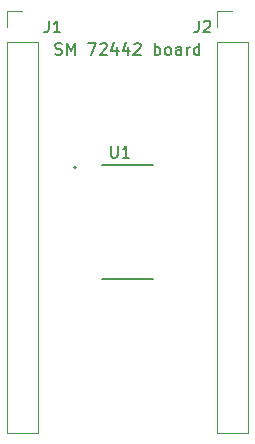
<source format=gto>
G04 #@! TF.GenerationSoftware,KiCad,Pcbnew,(5.1.10)-1*
G04 #@! TF.CreationDate,2021-11-20T19:19:08-05:00*
G04 #@! TF.ProjectId,SM72442 Breakout Board,534d3732-3434-4322-9042-7265616b6f75,rev?*
G04 #@! TF.SameCoordinates,Original*
G04 #@! TF.FileFunction,Legend,Top*
G04 #@! TF.FilePolarity,Positive*
%FSLAX46Y46*%
G04 Gerber Fmt 4.6, Leading zero omitted, Abs format (unit mm)*
G04 Created by KiCad (PCBNEW (5.1.10)-1) date 2021-11-20 19:19:08*
%MOMM*%
%LPD*%
G01*
G04 APERTURE LIST*
%ADD10C,0.150000*%
%ADD11C,0.120000*%
%ADD12C,0.127000*%
%ADD13C,0.200000*%
%ADD14O,1.800000X1.800000*%
G04 APERTURE END LIST*
D10*
X132310952Y-120419761D02*
X132453809Y-120467380D01*
X132691904Y-120467380D01*
X132787142Y-120419761D01*
X132834761Y-120372142D01*
X132882380Y-120276904D01*
X132882380Y-120181666D01*
X132834761Y-120086428D01*
X132787142Y-120038809D01*
X132691904Y-119991190D01*
X132501428Y-119943571D01*
X132406190Y-119895952D01*
X132358571Y-119848333D01*
X132310952Y-119753095D01*
X132310952Y-119657857D01*
X132358571Y-119562619D01*
X132406190Y-119515000D01*
X132501428Y-119467380D01*
X132739523Y-119467380D01*
X132882380Y-119515000D01*
X133310952Y-120467380D02*
X133310952Y-119467380D01*
X133644285Y-120181666D01*
X133977619Y-119467380D01*
X133977619Y-120467380D01*
X135120476Y-119467380D02*
X135787142Y-119467380D01*
X135358571Y-120467380D01*
X136120476Y-119562619D02*
X136168095Y-119515000D01*
X136263333Y-119467380D01*
X136501428Y-119467380D01*
X136596666Y-119515000D01*
X136644285Y-119562619D01*
X136691904Y-119657857D01*
X136691904Y-119753095D01*
X136644285Y-119895952D01*
X136072857Y-120467380D01*
X136691904Y-120467380D01*
X137549047Y-119800714D02*
X137549047Y-120467380D01*
X137310952Y-119419761D02*
X137072857Y-120134047D01*
X137691904Y-120134047D01*
X138501428Y-119800714D02*
X138501428Y-120467380D01*
X138263333Y-119419761D02*
X138025238Y-120134047D01*
X138644285Y-120134047D01*
X138977619Y-119562619D02*
X139025238Y-119515000D01*
X139120476Y-119467380D01*
X139358571Y-119467380D01*
X139453809Y-119515000D01*
X139501428Y-119562619D01*
X139549047Y-119657857D01*
X139549047Y-119753095D01*
X139501428Y-119895952D01*
X138930000Y-120467380D01*
X139549047Y-120467380D01*
X140739523Y-120467380D02*
X140739523Y-119467380D01*
X140739523Y-119848333D02*
X140834761Y-119800714D01*
X141025238Y-119800714D01*
X141120476Y-119848333D01*
X141168095Y-119895952D01*
X141215714Y-119991190D01*
X141215714Y-120276904D01*
X141168095Y-120372142D01*
X141120476Y-120419761D01*
X141025238Y-120467380D01*
X140834761Y-120467380D01*
X140739523Y-120419761D01*
X141787142Y-120467380D02*
X141691904Y-120419761D01*
X141644285Y-120372142D01*
X141596666Y-120276904D01*
X141596666Y-119991190D01*
X141644285Y-119895952D01*
X141691904Y-119848333D01*
X141787142Y-119800714D01*
X141930000Y-119800714D01*
X142025238Y-119848333D01*
X142072857Y-119895952D01*
X142120476Y-119991190D01*
X142120476Y-120276904D01*
X142072857Y-120372142D01*
X142025238Y-120419761D01*
X141930000Y-120467380D01*
X141787142Y-120467380D01*
X142977619Y-120467380D02*
X142977619Y-119943571D01*
X142930000Y-119848333D01*
X142834761Y-119800714D01*
X142644285Y-119800714D01*
X142549047Y-119848333D01*
X142977619Y-120419761D02*
X142882380Y-120467380D01*
X142644285Y-120467380D01*
X142549047Y-120419761D01*
X142501428Y-120324523D01*
X142501428Y-120229285D01*
X142549047Y-120134047D01*
X142644285Y-120086428D01*
X142882380Y-120086428D01*
X142977619Y-120038809D01*
X143453809Y-120467380D02*
X143453809Y-119800714D01*
X143453809Y-119991190D02*
X143501428Y-119895952D01*
X143549047Y-119848333D01*
X143644285Y-119800714D01*
X143739523Y-119800714D01*
X144501428Y-120467380D02*
X144501428Y-119467380D01*
X144501428Y-120419761D02*
X144406190Y-120467380D01*
X144215714Y-120467380D01*
X144120476Y-120419761D01*
X144072857Y-120372142D01*
X144025238Y-120276904D01*
X144025238Y-119991190D01*
X144072857Y-119895952D01*
X144120476Y-119848333D01*
X144215714Y-119800714D01*
X144406190Y-119800714D01*
X144501428Y-119848333D01*
D11*
G04 #@! TO.C,J1*
X128210000Y-152460000D02*
X130870000Y-152460000D01*
X128210000Y-119380000D02*
X128210000Y-152460000D01*
X130870000Y-119380000D02*
X130870000Y-152460000D01*
X128210000Y-119380000D02*
X130870000Y-119380000D01*
X128210000Y-118110000D02*
X128210000Y-116780000D01*
X128210000Y-116780000D02*
X129540000Y-116780000D01*
G04 #@! TO.C,J2*
X145990000Y-116780000D02*
X147320000Y-116780000D01*
X145990000Y-118110000D02*
X145990000Y-116780000D01*
X145990000Y-119380000D02*
X148650000Y-119380000D01*
X148650000Y-119380000D02*
X148650000Y-152460000D01*
X145990000Y-119380000D02*
X145990000Y-152460000D01*
X145990000Y-152460000D02*
X148650000Y-152460000D01*
D12*
G04 #@! TO.C,U1*
X136230000Y-139470000D02*
X140630000Y-139470000D01*
X136230000Y-129770000D02*
X140630000Y-129770000D01*
D13*
X134090000Y-129985000D02*
G75*
G03*
X134090000Y-129985000I-100000J0D01*
G01*
G04 #@! TO.C,J1*
D10*
X131746666Y-117562380D02*
X131746666Y-118276666D01*
X131699047Y-118419523D01*
X131603809Y-118514761D01*
X131460952Y-118562380D01*
X131365714Y-118562380D01*
X132746666Y-118562380D02*
X132175238Y-118562380D01*
X132460952Y-118562380D02*
X132460952Y-117562380D01*
X132365714Y-117705238D01*
X132270476Y-117800476D01*
X132175238Y-117848095D01*
G04 #@! TO.C,J2*
X144446666Y-117562380D02*
X144446666Y-118276666D01*
X144399047Y-118419523D01*
X144303809Y-118514761D01*
X144160952Y-118562380D01*
X144065714Y-118562380D01*
X144875238Y-117657619D02*
X144922857Y-117610000D01*
X145018095Y-117562380D01*
X145256190Y-117562380D01*
X145351428Y-117610000D01*
X145399047Y-117657619D01*
X145446666Y-117752857D01*
X145446666Y-117848095D01*
X145399047Y-117990952D01*
X144827619Y-118562380D01*
X145446666Y-118562380D01*
G04 #@! TO.C,U1*
X137023095Y-128160380D02*
X137023095Y-128969904D01*
X137070714Y-129065142D01*
X137118333Y-129112761D01*
X137213571Y-129160380D01*
X137404047Y-129160380D01*
X137499285Y-129112761D01*
X137546904Y-129065142D01*
X137594523Y-128969904D01*
X137594523Y-128160380D01*
X138594523Y-129160380D02*
X138023095Y-129160380D01*
X138308809Y-129160380D02*
X138308809Y-128160380D01*
X138213571Y-128303238D01*
X138118333Y-128398476D01*
X138023095Y-128446095D01*
G04 #@! TD*
%LPC*%
D14*
G04 #@! TO.C,J1*
X129540000Y-151130000D03*
X129540000Y-148590000D03*
X129540000Y-146050000D03*
X129540000Y-143510000D03*
X129540000Y-140970000D03*
X129540000Y-138430000D03*
X129540000Y-135890000D03*
X129540000Y-133350000D03*
X129540000Y-130810000D03*
X129540000Y-128270000D03*
X129540000Y-125730000D03*
X129540000Y-123190000D03*
X129540000Y-120650000D03*
G36*
G01*
X128640000Y-118960000D02*
X128640000Y-117260000D01*
G75*
G02*
X128690000Y-117210000I50000J0D01*
G01*
X130390000Y-117210000D01*
G75*
G02*
X130440000Y-117260000I0J-50000D01*
G01*
X130440000Y-118960000D01*
G75*
G02*
X130390000Y-119010000I-50000J0D01*
G01*
X128690000Y-119010000D01*
G75*
G02*
X128640000Y-118960000I0J50000D01*
G01*
G37*
G04 #@! TD*
G04 #@! TO.C,J2*
G36*
G01*
X146420000Y-118960000D02*
X146420000Y-117260000D01*
G75*
G02*
X146470000Y-117210000I50000J0D01*
G01*
X148170000Y-117210000D01*
G75*
G02*
X148220000Y-117260000I0J-50000D01*
G01*
X148220000Y-118960000D01*
G75*
G02*
X148170000Y-119010000I-50000J0D01*
G01*
X146470000Y-119010000D01*
G75*
G02*
X146420000Y-118960000I0J50000D01*
G01*
G37*
X147320000Y-120650000D03*
X147320000Y-123190000D03*
X147320000Y-125730000D03*
X147320000Y-128270000D03*
X147320000Y-130810000D03*
X147320000Y-133350000D03*
X147320000Y-135890000D03*
X147320000Y-138430000D03*
X147320000Y-140970000D03*
X147320000Y-143510000D03*
X147320000Y-146050000D03*
X147320000Y-148590000D03*
X147320000Y-151130000D03*
G04 #@! TD*
G04 #@! TO.C,U1*
G36*
G01*
X134725000Y-130624500D02*
X134725000Y-130165500D01*
G75*
G02*
X134750500Y-130140000I25500J0D01*
G01*
X136369500Y-130140000D01*
G75*
G02*
X136395000Y-130165500I0J-25500D01*
G01*
X136395000Y-130624500D01*
G75*
G02*
X136369500Y-130650000I-25500J0D01*
G01*
X134750500Y-130650000D01*
G75*
G02*
X134725000Y-130624500I0J25500D01*
G01*
G37*
G36*
G01*
X134725000Y-131274500D02*
X134725000Y-130815500D01*
G75*
G02*
X134750500Y-130790000I25500J0D01*
G01*
X136369500Y-130790000D01*
G75*
G02*
X136395000Y-130815500I0J-25500D01*
G01*
X136395000Y-131274500D01*
G75*
G02*
X136369500Y-131300000I-25500J0D01*
G01*
X134750500Y-131300000D01*
G75*
G02*
X134725000Y-131274500I0J25500D01*
G01*
G37*
G36*
G01*
X134725000Y-131924500D02*
X134725000Y-131465500D01*
G75*
G02*
X134750500Y-131440000I25500J0D01*
G01*
X136369500Y-131440000D01*
G75*
G02*
X136395000Y-131465500I0J-25500D01*
G01*
X136395000Y-131924500D01*
G75*
G02*
X136369500Y-131950000I-25500J0D01*
G01*
X134750500Y-131950000D01*
G75*
G02*
X134725000Y-131924500I0J25500D01*
G01*
G37*
G36*
G01*
X134725000Y-132574500D02*
X134725000Y-132115500D01*
G75*
G02*
X134750500Y-132090000I25500J0D01*
G01*
X136369500Y-132090000D01*
G75*
G02*
X136395000Y-132115500I0J-25500D01*
G01*
X136395000Y-132574500D01*
G75*
G02*
X136369500Y-132600000I-25500J0D01*
G01*
X134750500Y-132600000D01*
G75*
G02*
X134725000Y-132574500I0J25500D01*
G01*
G37*
G36*
G01*
X134725000Y-133224500D02*
X134725000Y-132765500D01*
G75*
G02*
X134750500Y-132740000I25500J0D01*
G01*
X136369500Y-132740000D01*
G75*
G02*
X136395000Y-132765500I0J-25500D01*
G01*
X136395000Y-133224500D01*
G75*
G02*
X136369500Y-133250000I-25500J0D01*
G01*
X134750500Y-133250000D01*
G75*
G02*
X134725000Y-133224500I0J25500D01*
G01*
G37*
G36*
G01*
X134725000Y-133874500D02*
X134725000Y-133415500D01*
G75*
G02*
X134750500Y-133390000I25500J0D01*
G01*
X136369500Y-133390000D01*
G75*
G02*
X136395000Y-133415500I0J-25500D01*
G01*
X136395000Y-133874500D01*
G75*
G02*
X136369500Y-133900000I-25500J0D01*
G01*
X134750500Y-133900000D01*
G75*
G02*
X134725000Y-133874500I0J25500D01*
G01*
G37*
G36*
G01*
X134725000Y-134524500D02*
X134725000Y-134065500D01*
G75*
G02*
X134750500Y-134040000I25500J0D01*
G01*
X136369500Y-134040000D01*
G75*
G02*
X136395000Y-134065500I0J-25500D01*
G01*
X136395000Y-134524500D01*
G75*
G02*
X136369500Y-134550000I-25500J0D01*
G01*
X134750500Y-134550000D01*
G75*
G02*
X134725000Y-134524500I0J25500D01*
G01*
G37*
G36*
G01*
X134725000Y-135174500D02*
X134725000Y-134715500D01*
G75*
G02*
X134750500Y-134690000I25500J0D01*
G01*
X136369500Y-134690000D01*
G75*
G02*
X136395000Y-134715500I0J-25500D01*
G01*
X136395000Y-135174500D01*
G75*
G02*
X136369500Y-135200000I-25500J0D01*
G01*
X134750500Y-135200000D01*
G75*
G02*
X134725000Y-135174500I0J25500D01*
G01*
G37*
G36*
G01*
X134725000Y-135824500D02*
X134725000Y-135365500D01*
G75*
G02*
X134750500Y-135340000I25500J0D01*
G01*
X136369500Y-135340000D01*
G75*
G02*
X136395000Y-135365500I0J-25500D01*
G01*
X136395000Y-135824500D01*
G75*
G02*
X136369500Y-135850000I-25500J0D01*
G01*
X134750500Y-135850000D01*
G75*
G02*
X134725000Y-135824500I0J25500D01*
G01*
G37*
G36*
G01*
X134725000Y-136474500D02*
X134725000Y-136015500D01*
G75*
G02*
X134750500Y-135990000I25500J0D01*
G01*
X136369500Y-135990000D01*
G75*
G02*
X136395000Y-136015500I0J-25500D01*
G01*
X136395000Y-136474500D01*
G75*
G02*
X136369500Y-136500000I-25500J0D01*
G01*
X134750500Y-136500000D01*
G75*
G02*
X134725000Y-136474500I0J25500D01*
G01*
G37*
G36*
G01*
X134725000Y-137124500D02*
X134725000Y-136665500D01*
G75*
G02*
X134750500Y-136640000I25500J0D01*
G01*
X136369500Y-136640000D01*
G75*
G02*
X136395000Y-136665500I0J-25500D01*
G01*
X136395000Y-137124500D01*
G75*
G02*
X136369500Y-137150000I-25500J0D01*
G01*
X134750500Y-137150000D01*
G75*
G02*
X134725000Y-137124500I0J25500D01*
G01*
G37*
G36*
G01*
X134725000Y-137774500D02*
X134725000Y-137315500D01*
G75*
G02*
X134750500Y-137290000I25500J0D01*
G01*
X136369500Y-137290000D01*
G75*
G02*
X136395000Y-137315500I0J-25500D01*
G01*
X136395000Y-137774500D01*
G75*
G02*
X136369500Y-137800000I-25500J0D01*
G01*
X134750500Y-137800000D01*
G75*
G02*
X134725000Y-137774500I0J25500D01*
G01*
G37*
G36*
G01*
X134725000Y-138424500D02*
X134725000Y-137965500D01*
G75*
G02*
X134750500Y-137940000I25500J0D01*
G01*
X136369500Y-137940000D01*
G75*
G02*
X136395000Y-137965500I0J-25500D01*
G01*
X136395000Y-138424500D01*
G75*
G02*
X136369500Y-138450000I-25500J0D01*
G01*
X134750500Y-138450000D01*
G75*
G02*
X134725000Y-138424500I0J25500D01*
G01*
G37*
G36*
G01*
X134725000Y-139074500D02*
X134725000Y-138615500D01*
G75*
G02*
X134750500Y-138590000I25500J0D01*
G01*
X136369500Y-138590000D01*
G75*
G02*
X136395000Y-138615500I0J-25500D01*
G01*
X136395000Y-139074500D01*
G75*
G02*
X136369500Y-139100000I-25500J0D01*
G01*
X134750500Y-139100000D01*
G75*
G02*
X134725000Y-139074500I0J25500D01*
G01*
G37*
G36*
G01*
X140465000Y-139074500D02*
X140465000Y-138615500D01*
G75*
G02*
X140490500Y-138590000I25500J0D01*
G01*
X142109500Y-138590000D01*
G75*
G02*
X142135000Y-138615500I0J-25500D01*
G01*
X142135000Y-139074500D01*
G75*
G02*
X142109500Y-139100000I-25500J0D01*
G01*
X140490500Y-139100000D01*
G75*
G02*
X140465000Y-139074500I0J25500D01*
G01*
G37*
G36*
G01*
X140465000Y-138424500D02*
X140465000Y-137965500D01*
G75*
G02*
X140490500Y-137940000I25500J0D01*
G01*
X142109500Y-137940000D01*
G75*
G02*
X142135000Y-137965500I0J-25500D01*
G01*
X142135000Y-138424500D01*
G75*
G02*
X142109500Y-138450000I-25500J0D01*
G01*
X140490500Y-138450000D01*
G75*
G02*
X140465000Y-138424500I0J25500D01*
G01*
G37*
G36*
G01*
X140465000Y-137774500D02*
X140465000Y-137315500D01*
G75*
G02*
X140490500Y-137290000I25500J0D01*
G01*
X142109500Y-137290000D01*
G75*
G02*
X142135000Y-137315500I0J-25500D01*
G01*
X142135000Y-137774500D01*
G75*
G02*
X142109500Y-137800000I-25500J0D01*
G01*
X140490500Y-137800000D01*
G75*
G02*
X140465000Y-137774500I0J25500D01*
G01*
G37*
G36*
G01*
X140465000Y-137124500D02*
X140465000Y-136665500D01*
G75*
G02*
X140490500Y-136640000I25500J0D01*
G01*
X142109500Y-136640000D01*
G75*
G02*
X142135000Y-136665500I0J-25500D01*
G01*
X142135000Y-137124500D01*
G75*
G02*
X142109500Y-137150000I-25500J0D01*
G01*
X140490500Y-137150000D01*
G75*
G02*
X140465000Y-137124500I0J25500D01*
G01*
G37*
G36*
G01*
X140465000Y-136474500D02*
X140465000Y-136015500D01*
G75*
G02*
X140490500Y-135990000I25500J0D01*
G01*
X142109500Y-135990000D01*
G75*
G02*
X142135000Y-136015500I0J-25500D01*
G01*
X142135000Y-136474500D01*
G75*
G02*
X142109500Y-136500000I-25500J0D01*
G01*
X140490500Y-136500000D01*
G75*
G02*
X140465000Y-136474500I0J25500D01*
G01*
G37*
G36*
G01*
X140465000Y-135824500D02*
X140465000Y-135365500D01*
G75*
G02*
X140490500Y-135340000I25500J0D01*
G01*
X142109500Y-135340000D01*
G75*
G02*
X142135000Y-135365500I0J-25500D01*
G01*
X142135000Y-135824500D01*
G75*
G02*
X142109500Y-135850000I-25500J0D01*
G01*
X140490500Y-135850000D01*
G75*
G02*
X140465000Y-135824500I0J25500D01*
G01*
G37*
G36*
G01*
X140465000Y-135174500D02*
X140465000Y-134715500D01*
G75*
G02*
X140490500Y-134690000I25500J0D01*
G01*
X142109500Y-134690000D01*
G75*
G02*
X142135000Y-134715500I0J-25500D01*
G01*
X142135000Y-135174500D01*
G75*
G02*
X142109500Y-135200000I-25500J0D01*
G01*
X140490500Y-135200000D01*
G75*
G02*
X140465000Y-135174500I0J25500D01*
G01*
G37*
G36*
G01*
X140465000Y-134524500D02*
X140465000Y-134065500D01*
G75*
G02*
X140490500Y-134040000I25500J0D01*
G01*
X142109500Y-134040000D01*
G75*
G02*
X142135000Y-134065500I0J-25500D01*
G01*
X142135000Y-134524500D01*
G75*
G02*
X142109500Y-134550000I-25500J0D01*
G01*
X140490500Y-134550000D01*
G75*
G02*
X140465000Y-134524500I0J25500D01*
G01*
G37*
G36*
G01*
X140465000Y-133874500D02*
X140465000Y-133415500D01*
G75*
G02*
X140490500Y-133390000I25500J0D01*
G01*
X142109500Y-133390000D01*
G75*
G02*
X142135000Y-133415500I0J-25500D01*
G01*
X142135000Y-133874500D01*
G75*
G02*
X142109500Y-133900000I-25500J0D01*
G01*
X140490500Y-133900000D01*
G75*
G02*
X140465000Y-133874500I0J25500D01*
G01*
G37*
G36*
G01*
X140465000Y-133224500D02*
X140465000Y-132765500D01*
G75*
G02*
X140490500Y-132740000I25500J0D01*
G01*
X142109500Y-132740000D01*
G75*
G02*
X142135000Y-132765500I0J-25500D01*
G01*
X142135000Y-133224500D01*
G75*
G02*
X142109500Y-133250000I-25500J0D01*
G01*
X140490500Y-133250000D01*
G75*
G02*
X140465000Y-133224500I0J25500D01*
G01*
G37*
G36*
G01*
X140465000Y-132574500D02*
X140465000Y-132115500D01*
G75*
G02*
X140490500Y-132090000I25500J0D01*
G01*
X142109500Y-132090000D01*
G75*
G02*
X142135000Y-132115500I0J-25500D01*
G01*
X142135000Y-132574500D01*
G75*
G02*
X142109500Y-132600000I-25500J0D01*
G01*
X140490500Y-132600000D01*
G75*
G02*
X140465000Y-132574500I0J25500D01*
G01*
G37*
G36*
G01*
X140465000Y-131924500D02*
X140465000Y-131465500D01*
G75*
G02*
X140490500Y-131440000I25500J0D01*
G01*
X142109500Y-131440000D01*
G75*
G02*
X142135000Y-131465500I0J-25500D01*
G01*
X142135000Y-131924500D01*
G75*
G02*
X142109500Y-131950000I-25500J0D01*
G01*
X140490500Y-131950000D01*
G75*
G02*
X140465000Y-131924500I0J25500D01*
G01*
G37*
G36*
G01*
X140465000Y-131274500D02*
X140465000Y-130815500D01*
G75*
G02*
X140490500Y-130790000I25500J0D01*
G01*
X142109500Y-130790000D01*
G75*
G02*
X142135000Y-130815500I0J-25500D01*
G01*
X142135000Y-131274500D01*
G75*
G02*
X142109500Y-131300000I-25500J0D01*
G01*
X140490500Y-131300000D01*
G75*
G02*
X140465000Y-131274500I0J25500D01*
G01*
G37*
G36*
G01*
X140465000Y-130624500D02*
X140465000Y-130165500D01*
G75*
G02*
X140490500Y-130140000I25500J0D01*
G01*
X142109500Y-130140000D01*
G75*
G02*
X142135000Y-130165500I0J-25500D01*
G01*
X142135000Y-130624500D01*
G75*
G02*
X142109500Y-130650000I-25500J0D01*
G01*
X140490500Y-130650000D01*
G75*
G02*
X140465000Y-130624500I0J25500D01*
G01*
G37*
G04 #@! TD*
M02*

</source>
